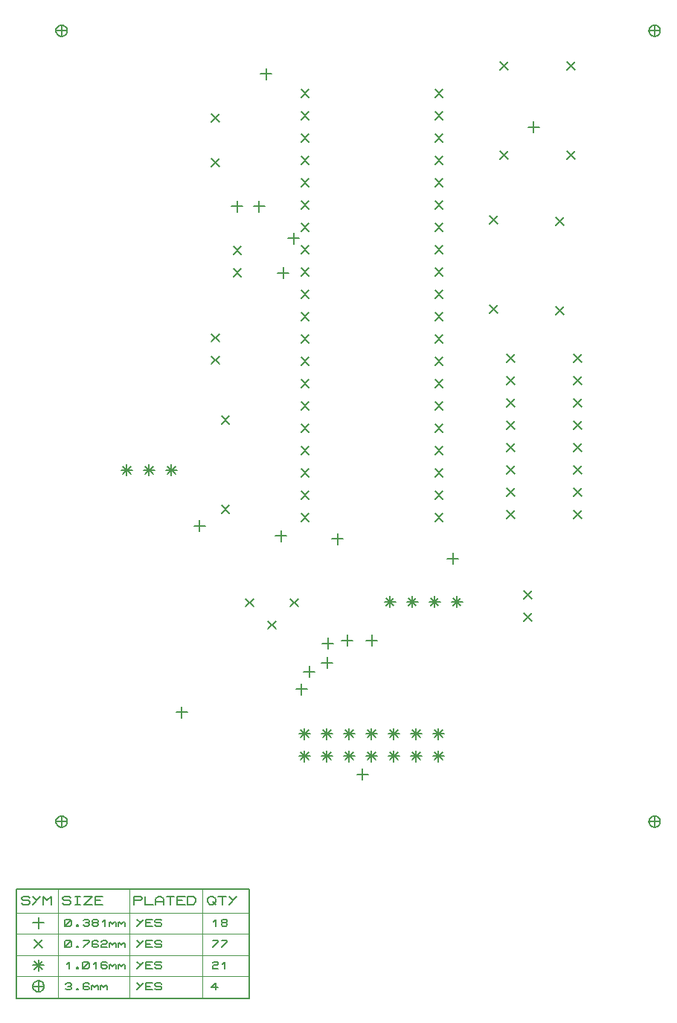
<source format=gbr>
G04 PROTEUS RS274X GERBER FILE*
%FSLAX45Y45*%
%MOMM*%
G01*
%ADD17C,0.203200*%
%ADD18C,0.127000*%
%ADD19C,0.063500*%
D17*
X+1624500Y+2468500D02*
X+1624500Y+2341500D01*
X+1561000Y+2405000D02*
X+1688000Y+2405000D01*
X-217000Y-3373500D02*
X-217000Y-3500500D01*
X-280500Y-3437000D02*
X-153500Y-3437000D01*
X+705414Y-2445266D02*
X+705414Y-2572266D01*
X+641914Y-2508766D02*
X+768914Y-2508766D01*
X-929783Y-3731111D02*
X-929783Y-3858111D01*
X-993283Y-3794611D02*
X-866283Y-3794611D01*
X-718499Y-3406743D02*
X-718499Y-3533743D01*
X-781999Y-3470243D02*
X-654999Y-3470243D01*
X-608264Y-2219972D02*
X-608264Y-2346972D01*
X-671764Y-2283472D02*
X-544764Y-2283472D01*
X-1419150Y+3071091D02*
X-1419150Y+2944091D01*
X-1482650Y+3007591D02*
X-1355650Y+3007591D01*
X-500000Y-3373500D02*
X-500000Y-3500500D01*
X-563500Y-3437000D02*
X-436500Y-3437000D01*
X-725000Y-3627500D02*
X-725000Y-3754500D01*
X-788500Y-3691000D02*
X-661500Y-3691000D01*
X-1019100Y-3930804D02*
X-1019100Y-4057804D01*
X-1082600Y-3994304D02*
X-955600Y-3994304D01*
X-1250000Y-2186500D02*
X-1250000Y-2313500D01*
X-1313500Y-2250000D02*
X-1186500Y-2250000D01*
X-1500000Y+1563500D02*
X-1500000Y+1436500D01*
X-1563500Y+1500000D02*
X-1436500Y+1500000D01*
X-1750000Y+1563500D02*
X-1750000Y+1436500D01*
X-1813500Y+1500000D02*
X-1686500Y+1500000D01*
X-325447Y-4899901D02*
X-325447Y-5026901D01*
X-388947Y-4963401D02*
X-261947Y-4963401D01*
X-2381023Y-4192460D02*
X-2381023Y-4319460D01*
X-2444523Y-4255960D02*
X-2317523Y-4255960D01*
X-2177604Y-2072129D02*
X-2177604Y-2199129D01*
X-2241104Y-2135629D02*
X-2114104Y-2135629D01*
X-1226640Y+806465D02*
X-1226640Y+679465D01*
X-1290140Y+742965D02*
X-1163140Y+742965D01*
X-1109352Y+1202307D02*
X-1109352Y+1075307D01*
X-1172852Y+1138807D02*
X-1045852Y+1138807D01*
X-1023901Y+2830901D02*
X-934099Y+2741099D01*
X-1023901Y+2741099D02*
X-934099Y+2830901D01*
X-1023901Y+2576901D02*
X-934099Y+2487099D01*
X-1023901Y+2487099D02*
X-934099Y+2576901D01*
X-1023901Y+2322901D02*
X-934099Y+2233099D01*
X-1023901Y+2233099D02*
X-934099Y+2322901D01*
X-1023901Y+2068901D02*
X-934099Y+1979099D01*
X-1023901Y+1979099D02*
X-934099Y+2068901D01*
X-1023901Y+1814901D02*
X-934099Y+1725099D01*
X-1023901Y+1725099D02*
X-934099Y+1814901D01*
X-1023901Y+1560901D02*
X-934099Y+1471099D01*
X-1023901Y+1471099D02*
X-934099Y+1560901D01*
X-1023901Y+1306901D02*
X-934099Y+1217099D01*
X-1023901Y+1217099D02*
X-934099Y+1306901D01*
X-1023901Y+1052901D02*
X-934099Y+963099D01*
X-1023901Y+963099D02*
X-934099Y+1052901D01*
X-1023901Y+798901D02*
X-934099Y+709099D01*
X-1023901Y+709099D02*
X-934099Y+798901D01*
X-1023901Y+544901D02*
X-934099Y+455099D01*
X-1023901Y+455099D02*
X-934099Y+544901D01*
X-1023901Y+290901D02*
X-934099Y+201099D01*
X-1023901Y+201099D02*
X-934099Y+290901D01*
X-1023901Y+36901D02*
X-934099Y-52901D01*
X-1023901Y-52901D02*
X-934099Y+36901D01*
X-1023901Y-217099D02*
X-934099Y-306901D01*
X-1023901Y-306901D02*
X-934099Y-217099D01*
X-1023901Y-471099D02*
X-934099Y-560901D01*
X-1023901Y-560901D02*
X-934099Y-471099D01*
X-1023901Y-725099D02*
X-934099Y-814901D01*
X-1023901Y-814901D02*
X-934099Y-725099D01*
X-1023901Y-979099D02*
X-934099Y-1068901D01*
X-1023901Y-1068901D02*
X-934099Y-979099D01*
X-1023901Y-1233099D02*
X-934099Y-1322901D01*
X-1023901Y-1322901D02*
X-934099Y-1233099D01*
X-1023901Y-1487099D02*
X-934099Y-1576901D01*
X-1023901Y-1576901D02*
X-934099Y-1487099D01*
X-1023901Y-1741099D02*
X-934099Y-1830901D01*
X-1023901Y-1830901D02*
X-934099Y-1741099D01*
X-1023901Y-1995099D02*
X-934099Y-2084901D01*
X-1023901Y-2084901D02*
X-934099Y-1995099D01*
X+500099Y-1995099D02*
X+589901Y-2084901D01*
X+500099Y-2084901D02*
X+589901Y-1995099D01*
X+500099Y-1741099D02*
X+589901Y-1830901D01*
X+500099Y-1830901D02*
X+589901Y-1741099D01*
X+500099Y-1487099D02*
X+589901Y-1576901D01*
X+500099Y-1576901D02*
X+589901Y-1487099D01*
X+500099Y-1233099D02*
X+589901Y-1322901D01*
X+500099Y-1322901D02*
X+589901Y-1233099D01*
X+500099Y-979099D02*
X+589901Y-1068901D01*
X+500099Y-1068901D02*
X+589901Y-979099D01*
X+500099Y-725099D02*
X+589901Y-814901D01*
X+500099Y-814901D02*
X+589901Y-725099D01*
X+500099Y-471099D02*
X+589901Y-560901D01*
X+500099Y-560901D02*
X+589901Y-471099D01*
X+500099Y-217099D02*
X+589901Y-306901D01*
X+500099Y-306901D02*
X+589901Y-217099D01*
X+500099Y+36901D02*
X+589901Y-52901D01*
X+500099Y-52901D02*
X+589901Y+36901D01*
X+500099Y+290901D02*
X+589901Y+201099D01*
X+500099Y+201099D02*
X+589901Y+290901D01*
X+500099Y+544901D02*
X+589901Y+455099D01*
X+500099Y+455099D02*
X+589901Y+544901D01*
X+500099Y+798901D02*
X+589901Y+709099D01*
X+500099Y+709099D02*
X+589901Y+798901D01*
X+500099Y+1052901D02*
X+589901Y+963099D01*
X+500099Y+963099D02*
X+589901Y+1052901D01*
X+500099Y+1306901D02*
X+589901Y+1217099D01*
X+500099Y+1217099D02*
X+589901Y+1306901D01*
X+500099Y+1560901D02*
X+589901Y+1471099D01*
X+500099Y+1471099D02*
X+589901Y+1560901D01*
X+500099Y+1814901D02*
X+589901Y+1725099D01*
X+500099Y+1725099D02*
X+589901Y+1814901D01*
X+500099Y+2068901D02*
X+589901Y+1979099D01*
X+500099Y+1979099D02*
X+589901Y+2068901D01*
X+500099Y+2322901D02*
X+589901Y+2233099D01*
X+500099Y+2233099D02*
X+589901Y+2322901D01*
X+500099Y+2576901D02*
X+589901Y+2487099D01*
X+500099Y+2487099D02*
X+589901Y+2576901D01*
X+500099Y+2830901D02*
X+589901Y+2741099D01*
X+500099Y+2741099D02*
X+589901Y+2830901D01*
X+1315099Y-181099D02*
X+1404901Y-270901D01*
X+1315099Y-270901D02*
X+1404901Y-181099D01*
X+1315099Y-435099D02*
X+1404901Y-524901D01*
X+1315099Y-524901D02*
X+1404901Y-435099D01*
X+1315099Y-689099D02*
X+1404901Y-778901D01*
X+1315099Y-778901D02*
X+1404901Y-689099D01*
X+1315099Y-943099D02*
X+1404901Y-1032901D01*
X+1315099Y-1032901D02*
X+1404901Y-943099D01*
X+1315099Y-1197099D02*
X+1404901Y-1286901D01*
X+1315099Y-1286901D02*
X+1404901Y-1197099D01*
X+1315099Y-1451099D02*
X+1404901Y-1540901D01*
X+1315099Y-1540901D02*
X+1404901Y-1451099D01*
X+1315099Y-1705099D02*
X+1404901Y-1794901D01*
X+1315099Y-1794901D02*
X+1404901Y-1705099D01*
X+1315099Y-1959099D02*
X+1404901Y-2048901D01*
X+1315099Y-2048901D02*
X+1404901Y-1959099D01*
X+2077099Y-1959099D02*
X+2166901Y-2048901D01*
X+2077099Y-2048901D02*
X+2166901Y-1959099D01*
X+2077099Y-1705099D02*
X+2166901Y-1794901D01*
X+2077099Y-1794901D02*
X+2166901Y-1705099D01*
X+2077099Y-1451099D02*
X+2166901Y-1540901D01*
X+2077099Y-1540901D02*
X+2166901Y-1451099D01*
X+2077099Y-1197099D02*
X+2166901Y-1286901D01*
X+2077099Y-1286901D02*
X+2166901Y-1197099D01*
X+2077099Y-943099D02*
X+2166901Y-1032901D01*
X+2077099Y-1032901D02*
X+2166901Y-943099D01*
X+2077099Y-689099D02*
X+2166901Y-778901D01*
X+2077099Y-778901D02*
X+2166901Y-689099D01*
X+2077099Y-435099D02*
X+2166901Y-524901D01*
X+2077099Y-524901D02*
X+2166901Y-435099D01*
X+2077099Y-181099D02*
X+2166901Y-270901D01*
X+2077099Y-270901D02*
X+2166901Y-181099D01*
X-1656901Y-2963099D02*
X-1567099Y-3052901D01*
X-1656901Y-3052901D02*
X-1567099Y-2963099D01*
X-1148901Y-2963099D02*
X-1059099Y-3052901D01*
X-1148901Y-3052901D02*
X-1059099Y-2963099D01*
X-1402901Y-3217099D02*
X-1313099Y-3306901D01*
X-1402901Y-3306901D02*
X-1313099Y-3217099D01*
X-2044901Y+2044901D02*
X-1955099Y+1955099D01*
X-2044901Y+1955099D02*
X-1955099Y+2044901D01*
X-2044901Y+2552901D02*
X-1955099Y+2463099D01*
X-2044901Y+2463099D02*
X-1955099Y+2552901D01*
X-12000Y-2936500D02*
X-12000Y-3063500D01*
X-75500Y-3000000D02*
X+51500Y-3000000D01*
X-56901Y-2955099D02*
X+32901Y-3044901D01*
X-56901Y-3044901D02*
X+32901Y-2955099D01*
X+242000Y-2936500D02*
X+242000Y-3063500D01*
X+178500Y-3000000D02*
X+305500Y-3000000D01*
X+197099Y-2955099D02*
X+286901Y-3044901D01*
X+197099Y-3044901D02*
X+286901Y-2955099D01*
X+496000Y-2936500D02*
X+496000Y-3063500D01*
X+432500Y-3000000D02*
X+559500Y-3000000D01*
X+451099Y-2955099D02*
X+540901Y-3044901D01*
X+451099Y-3044901D02*
X+540901Y-2955099D01*
X+750000Y-2936500D02*
X+750000Y-3063500D01*
X+686500Y-3000000D02*
X+813500Y-3000000D01*
X+705099Y-2955099D02*
X+794901Y-3044901D01*
X+705099Y-3044901D02*
X+794901Y-2955099D01*
X-2044901Y+48901D02*
X-1955099Y-40901D01*
X-2044901Y-40901D02*
X-1955099Y+48901D01*
X-2044901Y-205099D02*
X-1955099Y-294901D01*
X-2044901Y-294901D02*
X-1955099Y-205099D01*
X-1794901Y+790901D02*
X-1705099Y+701099D01*
X-1794901Y+701099D02*
X-1705099Y+790901D01*
X-1794901Y+1044901D02*
X-1705099Y+955099D01*
X-1794901Y+955099D02*
X-1705099Y+1044901D01*
X-1930901Y-1903099D02*
X-1841099Y-1992901D01*
X-1930901Y-1992901D02*
X-1841099Y-1903099D01*
X-1930901Y-887099D02*
X-1841099Y-976901D01*
X-1930901Y-976901D02*
X-1841099Y-887099D01*
X+1511099Y-3130099D02*
X+1600901Y-3219901D01*
X+1511099Y-3219901D02*
X+1600901Y-3130099D01*
X+1511099Y-2876099D02*
X+1600901Y-2965901D01*
X+1511099Y-2965901D02*
X+1600901Y-2876099D01*
X+1876099Y+1373901D02*
X+1965901Y+1284099D01*
X+1876099Y+1284099D02*
X+1965901Y+1373901D01*
X+1876099Y+357901D02*
X+1965901Y+268099D01*
X+1876099Y+268099D02*
X+1965901Y+357901D01*
X+2003099Y+2127901D02*
X+2092901Y+2038099D01*
X+2003099Y+2038099D02*
X+2092901Y+2127901D01*
X+2003099Y+3143901D02*
X+2092901Y+3054099D01*
X+2003099Y+3054099D02*
X+2092901Y+3143901D01*
X+1241099Y+2127901D02*
X+1330901Y+2038099D01*
X+1241099Y+2038099D02*
X+1330901Y+2127901D01*
X+1241099Y+3143901D02*
X+1330901Y+3054099D01*
X+1241099Y+3054099D02*
X+1330901Y+3143901D01*
X+1122099Y+377901D02*
X+1211901Y+288099D01*
X+1122099Y+288099D02*
X+1211901Y+377901D01*
X+1122099Y+1393901D02*
X+1211901Y+1304099D01*
X+1122099Y+1304099D02*
X+1211901Y+1393901D01*
X-3686500Y+3500000D02*
X-3686717Y+3505247D01*
X-3688482Y+3515742D01*
X-3692174Y+3526237D01*
X-3698202Y+3536732D01*
X-3707424Y+3547112D01*
X-3717919Y+3554800D01*
X-3728414Y+3559718D01*
X-3738909Y+3562524D01*
X-3749404Y+3563497D01*
X-3750000Y+3563500D01*
X-3813500Y+3500000D02*
X-3813283Y+3505247D01*
X-3811518Y+3515742D01*
X-3807826Y+3526237D01*
X-3801798Y+3536732D01*
X-3792576Y+3547112D01*
X-3782081Y+3554800D01*
X-3771586Y+3559718D01*
X-3761091Y+3562524D01*
X-3750596Y+3563497D01*
X-3750000Y+3563500D01*
X-3813500Y+3500000D02*
X-3813283Y+3494753D01*
X-3811518Y+3484258D01*
X-3807826Y+3473763D01*
X-3801798Y+3463268D01*
X-3792576Y+3452888D01*
X-3782081Y+3445200D01*
X-3771586Y+3440282D01*
X-3761091Y+3437476D01*
X-3750596Y+3436503D01*
X-3750000Y+3436500D01*
X-3686500Y+3500000D02*
X-3686717Y+3494753D01*
X-3688482Y+3484258D01*
X-3692174Y+3473763D01*
X-3698202Y+3463268D01*
X-3707424Y+3452888D01*
X-3717919Y+3445200D01*
X-3728414Y+3440282D01*
X-3738909Y+3437476D01*
X-3749404Y+3436503D01*
X-3750000Y+3436500D01*
X-3750000Y+3563500D02*
X-3750000Y+3436500D01*
X-3813500Y+3500000D02*
X-3686500Y+3500000D01*
X+3063500Y+3500000D02*
X+3063283Y+3505247D01*
X+3061518Y+3515742D01*
X+3057826Y+3526237D01*
X+3051798Y+3536732D01*
X+3042576Y+3547112D01*
X+3032081Y+3554800D01*
X+3021586Y+3559718D01*
X+3011091Y+3562524D01*
X+3000596Y+3563497D01*
X+3000000Y+3563500D01*
X+2936500Y+3500000D02*
X+2936717Y+3505247D01*
X+2938482Y+3515742D01*
X+2942174Y+3526237D01*
X+2948202Y+3536732D01*
X+2957424Y+3547112D01*
X+2967919Y+3554800D01*
X+2978414Y+3559718D01*
X+2988909Y+3562524D01*
X+2999404Y+3563497D01*
X+3000000Y+3563500D01*
X+2936500Y+3500000D02*
X+2936717Y+3494753D01*
X+2938482Y+3484258D01*
X+2942174Y+3473763D01*
X+2948202Y+3463268D01*
X+2957424Y+3452888D01*
X+2967919Y+3445200D01*
X+2978414Y+3440282D01*
X+2988909Y+3437476D01*
X+2999404Y+3436503D01*
X+3000000Y+3436500D01*
X+3063500Y+3500000D02*
X+3063283Y+3494753D01*
X+3061518Y+3484258D01*
X+3057826Y+3473763D01*
X+3051798Y+3463268D01*
X+3042576Y+3452888D01*
X+3032081Y+3445200D01*
X+3021586Y+3440282D01*
X+3011091Y+3437476D01*
X+3000596Y+3436503D01*
X+3000000Y+3436500D01*
X+3000000Y+3563500D02*
X+3000000Y+3436500D01*
X+2936500Y+3500000D02*
X+3063500Y+3500000D01*
X+3063500Y-5500000D02*
X+3063283Y-5494753D01*
X+3061518Y-5484258D01*
X+3057826Y-5473763D01*
X+3051798Y-5463268D01*
X+3042576Y-5452888D01*
X+3032081Y-5445200D01*
X+3021586Y-5440282D01*
X+3011091Y-5437476D01*
X+3000596Y-5436503D01*
X+3000000Y-5436500D01*
X+2936500Y-5500000D02*
X+2936717Y-5494753D01*
X+2938482Y-5484258D01*
X+2942174Y-5473763D01*
X+2948202Y-5463268D01*
X+2957424Y-5452888D01*
X+2967919Y-5445200D01*
X+2978414Y-5440282D01*
X+2988909Y-5437476D01*
X+2999404Y-5436503D01*
X+3000000Y-5436500D01*
X+2936500Y-5500000D02*
X+2936717Y-5505247D01*
X+2938482Y-5515742D01*
X+2942174Y-5526237D01*
X+2948202Y-5536732D01*
X+2957424Y-5547112D01*
X+2967919Y-5554800D01*
X+2978414Y-5559718D01*
X+2988909Y-5562524D01*
X+2999404Y-5563497D01*
X+3000000Y-5563500D01*
X+3063500Y-5500000D02*
X+3063283Y-5505247D01*
X+3061518Y-5515742D01*
X+3057826Y-5526237D01*
X+3051798Y-5536732D01*
X+3042576Y-5547112D01*
X+3032081Y-5554800D01*
X+3021586Y-5559718D01*
X+3011091Y-5562524D01*
X+3000596Y-5563497D01*
X+3000000Y-5563500D01*
X+3000000Y-5436500D02*
X+3000000Y-5563500D01*
X+2936500Y-5500000D02*
X+3063500Y-5500000D01*
X-3686500Y-5500000D02*
X-3686717Y-5494753D01*
X-3688482Y-5484258D01*
X-3692174Y-5473763D01*
X-3698202Y-5463268D01*
X-3707424Y-5452888D01*
X-3717919Y-5445200D01*
X-3728414Y-5440282D01*
X-3738909Y-5437476D01*
X-3749404Y-5436503D01*
X-3750000Y-5436500D01*
X-3813500Y-5500000D02*
X-3813283Y-5494753D01*
X-3811518Y-5484258D01*
X-3807826Y-5473763D01*
X-3801798Y-5463268D01*
X-3792576Y-5452888D01*
X-3782081Y-5445200D01*
X-3771586Y-5440282D01*
X-3761091Y-5437476D01*
X-3750596Y-5436503D01*
X-3750000Y-5436500D01*
X-3813500Y-5500000D02*
X-3813283Y-5505247D01*
X-3811518Y-5515742D01*
X-3807826Y-5526237D01*
X-3801798Y-5536732D01*
X-3792576Y-5547112D01*
X-3782081Y-5554800D01*
X-3771586Y-5559718D01*
X-3761091Y-5562524D01*
X-3750596Y-5563497D01*
X-3750000Y-5563500D01*
X-3686500Y-5500000D02*
X-3686717Y-5505247D01*
X-3688482Y-5515742D01*
X-3692174Y-5526237D01*
X-3698202Y-5536732D01*
X-3707424Y-5547112D01*
X-3717919Y-5554800D01*
X-3728414Y-5559718D01*
X-3738909Y-5562524D01*
X-3749404Y-5563497D01*
X-3750000Y-5563500D01*
X-3750000Y-5436500D02*
X-3750000Y-5563500D01*
X-3813500Y-5500000D02*
X-3686500Y-5500000D01*
X+540000Y-4436500D02*
X+540000Y-4563500D01*
X+476500Y-4500000D02*
X+603500Y-4500000D01*
X+495099Y-4455099D02*
X+584901Y-4544901D01*
X+495099Y-4544901D02*
X+584901Y-4455099D01*
X+286000Y-4436500D02*
X+286000Y-4563500D01*
X+222500Y-4500000D02*
X+349500Y-4500000D01*
X+241099Y-4455099D02*
X+330901Y-4544901D01*
X+241099Y-4544901D02*
X+330901Y-4455099D01*
X+32000Y-4436500D02*
X+32000Y-4563500D01*
X-31500Y-4500000D02*
X+95500Y-4500000D01*
X-12901Y-4455099D02*
X+76901Y-4544901D01*
X-12901Y-4544901D02*
X+76901Y-4455099D01*
X-222000Y-4436500D02*
X-222000Y-4563500D01*
X-285500Y-4500000D02*
X-158500Y-4500000D01*
X-266901Y-4455099D02*
X-177099Y-4544901D01*
X-266901Y-4544901D02*
X-177099Y-4455099D01*
X-476000Y-4436500D02*
X-476000Y-4563500D01*
X-539500Y-4500000D02*
X-412500Y-4500000D01*
X-520901Y-4455099D02*
X-431099Y-4544901D01*
X-520901Y-4544901D02*
X-431099Y-4455099D01*
X-730000Y-4436500D02*
X-730000Y-4563500D01*
X-793500Y-4500000D02*
X-666500Y-4500000D01*
X-774901Y-4455099D02*
X-685099Y-4544901D01*
X-774901Y-4544901D02*
X-685099Y-4455099D01*
X-984000Y-4436500D02*
X-984000Y-4563500D01*
X-1047500Y-4500000D02*
X-920500Y-4500000D01*
X-1028901Y-4455099D02*
X-939099Y-4544901D01*
X-1028901Y-4544901D02*
X-939099Y-4455099D01*
X-984000Y-4690500D02*
X-984000Y-4817500D01*
X-1047500Y-4754000D02*
X-920500Y-4754000D01*
X-1028901Y-4709099D02*
X-939099Y-4798901D01*
X-1028901Y-4798901D02*
X-939099Y-4709099D01*
X-730000Y-4690500D02*
X-730000Y-4817500D01*
X-793500Y-4754000D02*
X-666500Y-4754000D01*
X-774901Y-4709099D02*
X-685099Y-4798901D01*
X-774901Y-4798901D02*
X-685099Y-4709099D01*
X-476000Y-4690500D02*
X-476000Y-4817500D01*
X-539500Y-4754000D02*
X-412500Y-4754000D01*
X-520901Y-4709099D02*
X-431099Y-4798901D01*
X-520901Y-4798901D02*
X-431099Y-4709099D01*
X-222000Y-4690500D02*
X-222000Y-4817500D01*
X-285500Y-4754000D02*
X-158500Y-4754000D01*
X-266901Y-4709099D02*
X-177099Y-4798901D01*
X-266901Y-4798901D02*
X-177099Y-4709099D01*
X+32000Y-4690500D02*
X+32000Y-4817500D01*
X-31500Y-4754000D02*
X+95500Y-4754000D01*
X-12901Y-4709099D02*
X+76901Y-4798901D01*
X-12901Y-4798901D02*
X+76901Y-4709099D01*
X+286000Y-4690500D02*
X+286000Y-4817500D01*
X+222500Y-4754000D02*
X+349500Y-4754000D01*
X+241099Y-4709099D02*
X+330901Y-4798901D01*
X+241099Y-4798901D02*
X+330901Y-4709099D01*
X+540000Y-4690500D02*
X+540000Y-4817500D01*
X+476500Y-4754000D02*
X+603500Y-4754000D01*
X+495099Y-4709099D02*
X+584901Y-4798901D01*
X+495099Y-4798901D02*
X+584901Y-4709099D01*
X-2500000Y-1436500D02*
X-2500000Y-1563500D01*
X-2563500Y-1500000D02*
X-2436500Y-1500000D01*
X-2544901Y-1455099D02*
X-2455099Y-1544901D01*
X-2544901Y-1544901D02*
X-2455099Y-1455099D01*
X-2754000Y-1436500D02*
X-2754000Y-1563500D01*
X-2817500Y-1500000D02*
X-2690500Y-1500000D01*
X-2798901Y-1455099D02*
X-2709099Y-1544901D01*
X-2798901Y-1544901D02*
X-2709099Y-1455099D01*
X-3008000Y-1436500D02*
X-3008000Y-1563500D01*
X-3071500Y-1500000D02*
X-2944500Y-1500000D01*
X-3052901Y-1455099D02*
X-2963099Y-1544901D01*
X-3052901Y-1544901D02*
X-2963099Y-1455099D01*
D18*
X-4260160Y-7508760D02*
X-1616020Y-7508760D01*
X-1616020Y-6264160D01*
X-4260160Y-6264160D01*
X-4260160Y-7508760D01*
D19*
X-3792798Y-6264160D02*
X-3792798Y-7508760D01*
X-2979998Y-6264160D02*
X-2979998Y-7508760D01*
X-2146878Y-6264160D02*
X-2146878Y-7508760D01*
X-4260160Y-6537210D02*
X-1616020Y-6537210D01*
X-4260160Y-6778510D02*
X-1616020Y-6778510D01*
X-4260160Y-7019810D02*
X-1616020Y-7019810D01*
X-4260160Y-7261110D02*
X-1616020Y-7261110D01*
D18*
X-4203010Y-6427990D02*
X-4187770Y-6443230D01*
X-4126810Y-6443230D01*
X-4111570Y-6427990D01*
X-4111570Y-6412750D01*
X-4126810Y-6397510D01*
X-4187770Y-6397510D01*
X-4203010Y-6382270D01*
X-4203010Y-6367030D01*
X-4187770Y-6351790D01*
X-4126810Y-6351790D01*
X-4111570Y-6367030D01*
X-3989650Y-6351790D02*
X-4081090Y-6443230D01*
X-4081090Y-6351790D02*
X-4035370Y-6397510D01*
X-3959170Y-6443230D02*
X-3959170Y-6351790D01*
X-3913450Y-6397510D01*
X-3867730Y-6351790D01*
X-3867730Y-6443230D01*
X-3735650Y-6427990D02*
X-3720410Y-6443230D01*
X-3659450Y-6443230D01*
X-3644210Y-6427990D01*
X-3644210Y-6412750D01*
X-3659450Y-6397510D01*
X-3720410Y-6397510D01*
X-3735650Y-6382270D01*
X-3735650Y-6367030D01*
X-3720410Y-6351790D01*
X-3659450Y-6351790D01*
X-3644210Y-6367030D01*
X-3598490Y-6351790D02*
X-3537530Y-6351790D01*
X-3568010Y-6351790D02*
X-3568010Y-6443230D01*
X-3598490Y-6443230D02*
X-3537530Y-6443230D01*
X-3491810Y-6351790D02*
X-3400370Y-6351790D01*
X-3491810Y-6443230D01*
X-3400370Y-6443230D01*
X-3278450Y-6443230D02*
X-3369890Y-6443230D01*
X-3369890Y-6351790D01*
X-3278450Y-6351790D01*
X-3369890Y-6397510D02*
X-3308930Y-6397510D01*
X-2922850Y-6443230D02*
X-2922850Y-6351790D01*
X-2846650Y-6351790D01*
X-2831410Y-6367030D01*
X-2831410Y-6382270D01*
X-2846650Y-6397510D01*
X-2922850Y-6397510D01*
X-2800930Y-6351790D02*
X-2800930Y-6443230D01*
X-2709490Y-6443230D01*
X-2679010Y-6443230D02*
X-2679010Y-6382270D01*
X-2648530Y-6351790D01*
X-2618050Y-6351790D01*
X-2587570Y-6382270D01*
X-2587570Y-6443230D01*
X-2679010Y-6412750D02*
X-2587570Y-6412750D01*
X-2557090Y-6351790D02*
X-2465650Y-6351790D01*
X-2511370Y-6351790D02*
X-2511370Y-6443230D01*
X-2343730Y-6443230D02*
X-2435170Y-6443230D01*
X-2435170Y-6351790D01*
X-2343730Y-6351790D01*
X-2435170Y-6397510D02*
X-2374210Y-6397510D01*
X-2313250Y-6443230D02*
X-2313250Y-6351790D01*
X-2252290Y-6351790D01*
X-2221810Y-6382270D01*
X-2221810Y-6412750D01*
X-2252290Y-6443230D01*
X-2313250Y-6443230D01*
X-2089730Y-6382270D02*
X-2059250Y-6351790D01*
X-2028770Y-6351790D01*
X-1998290Y-6382270D01*
X-1998290Y-6412750D01*
X-2028770Y-6443230D01*
X-2059250Y-6443230D01*
X-2089730Y-6412750D01*
X-2089730Y-6382270D01*
X-2028770Y-6412750D02*
X-1998290Y-6443230D01*
X-1967810Y-6351790D02*
X-1876370Y-6351790D01*
X-1922090Y-6351790D02*
X-1922090Y-6443230D01*
X-1754450Y-6351790D02*
X-1845890Y-6443230D01*
X-1845890Y-6351790D02*
X-1800170Y-6397510D01*
D17*
X-4013780Y-6588010D02*
X-4013780Y-6715010D01*
X-4077280Y-6651510D02*
X-3950280Y-6651510D01*
D18*
X-3716600Y-6676910D02*
X-3716600Y-6626110D01*
X-3703900Y-6613410D01*
X-3653100Y-6613410D01*
X-3640400Y-6626110D01*
X-3640400Y-6676910D01*
X-3653100Y-6689610D01*
X-3703900Y-6689610D01*
X-3716600Y-6676910D01*
X-3716600Y-6689610D02*
X-3640400Y-6613410D01*
X-3576900Y-6676910D02*
X-3564200Y-6676910D01*
X-3564200Y-6689610D01*
X-3576900Y-6689610D01*
X-3576900Y-6676910D01*
X-3500700Y-6626110D02*
X-3488000Y-6613410D01*
X-3449900Y-6613410D01*
X-3437200Y-6626110D01*
X-3437200Y-6638810D01*
X-3449900Y-6651510D01*
X-3437200Y-6664210D01*
X-3437200Y-6676910D01*
X-3449900Y-6689610D01*
X-3488000Y-6689610D01*
X-3500700Y-6676910D01*
X-3475300Y-6651510D02*
X-3449900Y-6651510D01*
X-3386400Y-6651510D02*
X-3399100Y-6638810D01*
X-3399100Y-6626110D01*
X-3386400Y-6613410D01*
X-3348300Y-6613410D01*
X-3335600Y-6626110D01*
X-3335600Y-6638810D01*
X-3348300Y-6651510D01*
X-3386400Y-6651510D01*
X-3399100Y-6664210D01*
X-3399100Y-6676910D01*
X-3386400Y-6689610D01*
X-3348300Y-6689610D01*
X-3335600Y-6676910D01*
X-3335600Y-6664210D01*
X-3348300Y-6651510D01*
X-3284800Y-6638810D02*
X-3259400Y-6613410D01*
X-3259400Y-6689610D01*
X-3208600Y-6689610D02*
X-3208600Y-6638810D01*
X-3208600Y-6651510D02*
X-3195900Y-6638810D01*
X-3170500Y-6664210D01*
X-3145100Y-6638810D01*
X-3132400Y-6651510D01*
X-3132400Y-6689610D01*
X-3107000Y-6689610D02*
X-3107000Y-6638810D01*
X-3107000Y-6651510D02*
X-3094300Y-6638810D01*
X-3068900Y-6664210D01*
X-3043500Y-6638810D01*
X-3030800Y-6651510D01*
X-3030800Y-6689610D01*
X-2814900Y-6613410D02*
X-2891100Y-6689610D01*
X-2891100Y-6613410D02*
X-2853000Y-6651510D01*
X-2713300Y-6689610D02*
X-2789500Y-6689610D01*
X-2789500Y-6613410D01*
X-2713300Y-6613410D01*
X-2789500Y-6651510D02*
X-2738700Y-6651510D01*
X-2687900Y-6676910D02*
X-2675200Y-6689610D01*
X-2624400Y-6689610D01*
X-2611700Y-6676910D01*
X-2611700Y-6664210D01*
X-2624400Y-6651510D01*
X-2675200Y-6651510D01*
X-2687900Y-6638810D01*
X-2687900Y-6626110D01*
X-2675200Y-6613410D01*
X-2624400Y-6613410D01*
X-2611700Y-6626110D01*
X-2019880Y-6638810D02*
X-1994480Y-6613410D01*
X-1994480Y-6689610D01*
X-1918280Y-6651510D02*
X-1930980Y-6638810D01*
X-1930980Y-6626110D01*
X-1918280Y-6613410D01*
X-1880180Y-6613410D01*
X-1867480Y-6626110D01*
X-1867480Y-6638810D01*
X-1880180Y-6651510D01*
X-1918280Y-6651510D01*
X-1930980Y-6664210D01*
X-1930980Y-6676910D01*
X-1918280Y-6689610D01*
X-1880180Y-6689610D01*
X-1867480Y-6676910D01*
X-1867480Y-6664210D01*
X-1880180Y-6651510D01*
D17*
X-4058681Y-6847909D02*
X-3968879Y-6937711D01*
X-4058681Y-6937711D02*
X-3968879Y-6847909D01*
D18*
X-3716600Y-6918210D02*
X-3716600Y-6867410D01*
X-3703900Y-6854710D01*
X-3653100Y-6854710D01*
X-3640400Y-6867410D01*
X-3640400Y-6918210D01*
X-3653100Y-6930910D01*
X-3703900Y-6930910D01*
X-3716600Y-6918210D01*
X-3716600Y-6930910D02*
X-3640400Y-6854710D01*
X-3576900Y-6918210D02*
X-3564200Y-6918210D01*
X-3564200Y-6930910D01*
X-3576900Y-6930910D01*
X-3576900Y-6918210D01*
X-3500700Y-6854710D02*
X-3437200Y-6854710D01*
X-3437200Y-6867410D01*
X-3500700Y-6930910D01*
X-3335600Y-6867410D02*
X-3348300Y-6854710D01*
X-3386400Y-6854710D01*
X-3399100Y-6867410D01*
X-3399100Y-6918210D01*
X-3386400Y-6930910D01*
X-3348300Y-6930910D01*
X-3335600Y-6918210D01*
X-3335600Y-6905510D01*
X-3348300Y-6892810D01*
X-3399100Y-6892810D01*
X-3297500Y-6867410D02*
X-3284800Y-6854710D01*
X-3246700Y-6854710D01*
X-3234000Y-6867410D01*
X-3234000Y-6880110D01*
X-3246700Y-6892810D01*
X-3284800Y-6892810D01*
X-3297500Y-6905510D01*
X-3297500Y-6930910D01*
X-3234000Y-6930910D01*
X-3208600Y-6930910D02*
X-3208600Y-6880110D01*
X-3208600Y-6892810D02*
X-3195900Y-6880110D01*
X-3170500Y-6905510D01*
X-3145100Y-6880110D01*
X-3132400Y-6892810D01*
X-3132400Y-6930910D01*
X-3107000Y-6930910D02*
X-3107000Y-6880110D01*
X-3107000Y-6892810D02*
X-3094300Y-6880110D01*
X-3068900Y-6905510D01*
X-3043500Y-6880110D01*
X-3030800Y-6892810D01*
X-3030800Y-6930910D01*
X-2814900Y-6854710D02*
X-2891100Y-6930910D01*
X-2891100Y-6854710D02*
X-2853000Y-6892810D01*
X-2713300Y-6930910D02*
X-2789500Y-6930910D01*
X-2789500Y-6854710D01*
X-2713300Y-6854710D01*
X-2789500Y-6892810D02*
X-2738700Y-6892810D01*
X-2687900Y-6918210D02*
X-2675200Y-6930910D01*
X-2624400Y-6930910D01*
X-2611700Y-6918210D01*
X-2611700Y-6905510D01*
X-2624400Y-6892810D01*
X-2675200Y-6892810D01*
X-2687900Y-6880110D01*
X-2687900Y-6867410D01*
X-2675200Y-6854710D01*
X-2624400Y-6854710D01*
X-2611700Y-6867410D01*
X-2032580Y-6854710D02*
X-1969080Y-6854710D01*
X-1969080Y-6867410D01*
X-2032580Y-6930910D01*
X-1930980Y-6854710D02*
X-1867480Y-6854710D01*
X-1867480Y-6867410D01*
X-1930980Y-6930910D01*
D17*
X-4013780Y-7070610D02*
X-4013780Y-7197610D01*
X-4077280Y-7134110D02*
X-3950280Y-7134110D01*
X-4058681Y-7089209D02*
X-3968879Y-7179011D01*
X-4058681Y-7179011D02*
X-3968879Y-7089209D01*
D18*
X-3691200Y-7121410D02*
X-3665800Y-7096010D01*
X-3665800Y-7172210D01*
X-3576900Y-7159510D02*
X-3564200Y-7159510D01*
X-3564200Y-7172210D01*
X-3576900Y-7172210D01*
X-3576900Y-7159510D01*
X-3513400Y-7159510D02*
X-3513400Y-7108710D01*
X-3500700Y-7096010D01*
X-3449900Y-7096010D01*
X-3437200Y-7108710D01*
X-3437200Y-7159510D01*
X-3449900Y-7172210D01*
X-3500700Y-7172210D01*
X-3513400Y-7159510D01*
X-3513400Y-7172210D02*
X-3437200Y-7096010D01*
X-3386400Y-7121410D02*
X-3361000Y-7096010D01*
X-3361000Y-7172210D01*
X-3234000Y-7108710D02*
X-3246700Y-7096010D01*
X-3284800Y-7096010D01*
X-3297500Y-7108710D01*
X-3297500Y-7159510D01*
X-3284800Y-7172210D01*
X-3246700Y-7172210D01*
X-3234000Y-7159510D01*
X-3234000Y-7146810D01*
X-3246700Y-7134110D01*
X-3297500Y-7134110D01*
X-3208600Y-7172210D02*
X-3208600Y-7121410D01*
X-3208600Y-7134110D02*
X-3195900Y-7121410D01*
X-3170500Y-7146810D01*
X-3145100Y-7121410D01*
X-3132400Y-7134110D01*
X-3132400Y-7172210D01*
X-3107000Y-7172210D02*
X-3107000Y-7121410D01*
X-3107000Y-7134110D02*
X-3094300Y-7121410D01*
X-3068900Y-7146810D01*
X-3043500Y-7121410D01*
X-3030800Y-7134110D01*
X-3030800Y-7172210D01*
X-2814900Y-7096010D02*
X-2891100Y-7172210D01*
X-2891100Y-7096010D02*
X-2853000Y-7134110D01*
X-2713300Y-7172210D02*
X-2789500Y-7172210D01*
X-2789500Y-7096010D01*
X-2713300Y-7096010D01*
X-2789500Y-7134110D02*
X-2738700Y-7134110D01*
X-2687900Y-7159510D02*
X-2675200Y-7172210D01*
X-2624400Y-7172210D01*
X-2611700Y-7159510D01*
X-2611700Y-7146810D01*
X-2624400Y-7134110D01*
X-2675200Y-7134110D01*
X-2687900Y-7121410D01*
X-2687900Y-7108710D01*
X-2675200Y-7096010D01*
X-2624400Y-7096010D01*
X-2611700Y-7108710D01*
X-2032580Y-7108710D02*
X-2019880Y-7096010D01*
X-1981780Y-7096010D01*
X-1969080Y-7108710D01*
X-1969080Y-7121410D01*
X-1981780Y-7134110D01*
X-2019880Y-7134110D01*
X-2032580Y-7146810D01*
X-2032580Y-7172210D01*
X-1969080Y-7172210D01*
X-1918280Y-7121410D02*
X-1892880Y-7096010D01*
X-1892880Y-7172210D01*
D17*
X-3950280Y-7375410D02*
X-3950497Y-7370163D01*
X-3952262Y-7359668D01*
X-3955954Y-7349173D01*
X-3961982Y-7338678D01*
X-3971204Y-7328298D01*
X-3981699Y-7320610D01*
X-3992194Y-7315692D01*
X-4002689Y-7312886D01*
X-4013184Y-7311913D01*
X-4013780Y-7311910D01*
X-4077280Y-7375410D02*
X-4077063Y-7370163D01*
X-4075298Y-7359668D01*
X-4071606Y-7349173D01*
X-4065578Y-7338678D01*
X-4056356Y-7328298D01*
X-4045861Y-7320610D01*
X-4035366Y-7315692D01*
X-4024871Y-7312886D01*
X-4014376Y-7311913D01*
X-4013780Y-7311910D01*
X-4077280Y-7375410D02*
X-4077063Y-7380657D01*
X-4075298Y-7391152D01*
X-4071606Y-7401647D01*
X-4065578Y-7412142D01*
X-4056356Y-7422522D01*
X-4045861Y-7430210D01*
X-4035366Y-7435128D01*
X-4024871Y-7437934D01*
X-4014376Y-7438907D01*
X-4013780Y-7438910D01*
X-3950280Y-7375410D02*
X-3950497Y-7380657D01*
X-3952262Y-7391152D01*
X-3955954Y-7401647D01*
X-3961982Y-7412142D01*
X-3971204Y-7422522D01*
X-3981699Y-7430210D01*
X-3992194Y-7435128D01*
X-4002689Y-7437934D01*
X-4013184Y-7438907D01*
X-4013780Y-7438910D01*
X-4013780Y-7311910D02*
X-4013780Y-7438910D01*
X-4077280Y-7375410D02*
X-3950280Y-7375410D01*
D18*
X-3703900Y-7350010D02*
X-3691200Y-7337310D01*
X-3653100Y-7337310D01*
X-3640400Y-7350010D01*
X-3640400Y-7362710D01*
X-3653100Y-7375410D01*
X-3640400Y-7388110D01*
X-3640400Y-7400810D01*
X-3653100Y-7413510D01*
X-3691200Y-7413510D01*
X-3703900Y-7400810D01*
X-3678500Y-7375410D02*
X-3653100Y-7375410D01*
X-3576900Y-7400810D02*
X-3564200Y-7400810D01*
X-3564200Y-7413510D01*
X-3576900Y-7413510D01*
X-3576900Y-7400810D01*
X-3437200Y-7350010D02*
X-3449900Y-7337310D01*
X-3488000Y-7337310D01*
X-3500700Y-7350010D01*
X-3500700Y-7400810D01*
X-3488000Y-7413510D01*
X-3449900Y-7413510D01*
X-3437200Y-7400810D01*
X-3437200Y-7388110D01*
X-3449900Y-7375410D01*
X-3500700Y-7375410D01*
X-3411800Y-7413510D02*
X-3411800Y-7362710D01*
X-3411800Y-7375410D02*
X-3399100Y-7362710D01*
X-3373700Y-7388110D01*
X-3348300Y-7362710D01*
X-3335600Y-7375410D01*
X-3335600Y-7413510D01*
X-3310200Y-7413510D02*
X-3310200Y-7362710D01*
X-3310200Y-7375410D02*
X-3297500Y-7362710D01*
X-3272100Y-7388110D01*
X-3246700Y-7362710D01*
X-3234000Y-7375410D01*
X-3234000Y-7413510D01*
X-2814900Y-7337310D02*
X-2891100Y-7413510D01*
X-2891100Y-7337310D02*
X-2853000Y-7375410D01*
X-2713300Y-7413510D02*
X-2789500Y-7413510D01*
X-2789500Y-7337310D01*
X-2713300Y-7337310D01*
X-2789500Y-7375410D02*
X-2738700Y-7375410D01*
X-2687900Y-7400810D02*
X-2675200Y-7413510D01*
X-2624400Y-7413510D01*
X-2611700Y-7400810D01*
X-2611700Y-7388110D01*
X-2624400Y-7375410D01*
X-2675200Y-7375410D01*
X-2687900Y-7362710D01*
X-2687900Y-7350010D01*
X-2675200Y-7337310D01*
X-2624400Y-7337310D01*
X-2611700Y-7350010D01*
X-1969080Y-7388110D02*
X-2045280Y-7388110D01*
X-1994480Y-7337310D01*
X-1994480Y-7413510D01*
M02*

</source>
